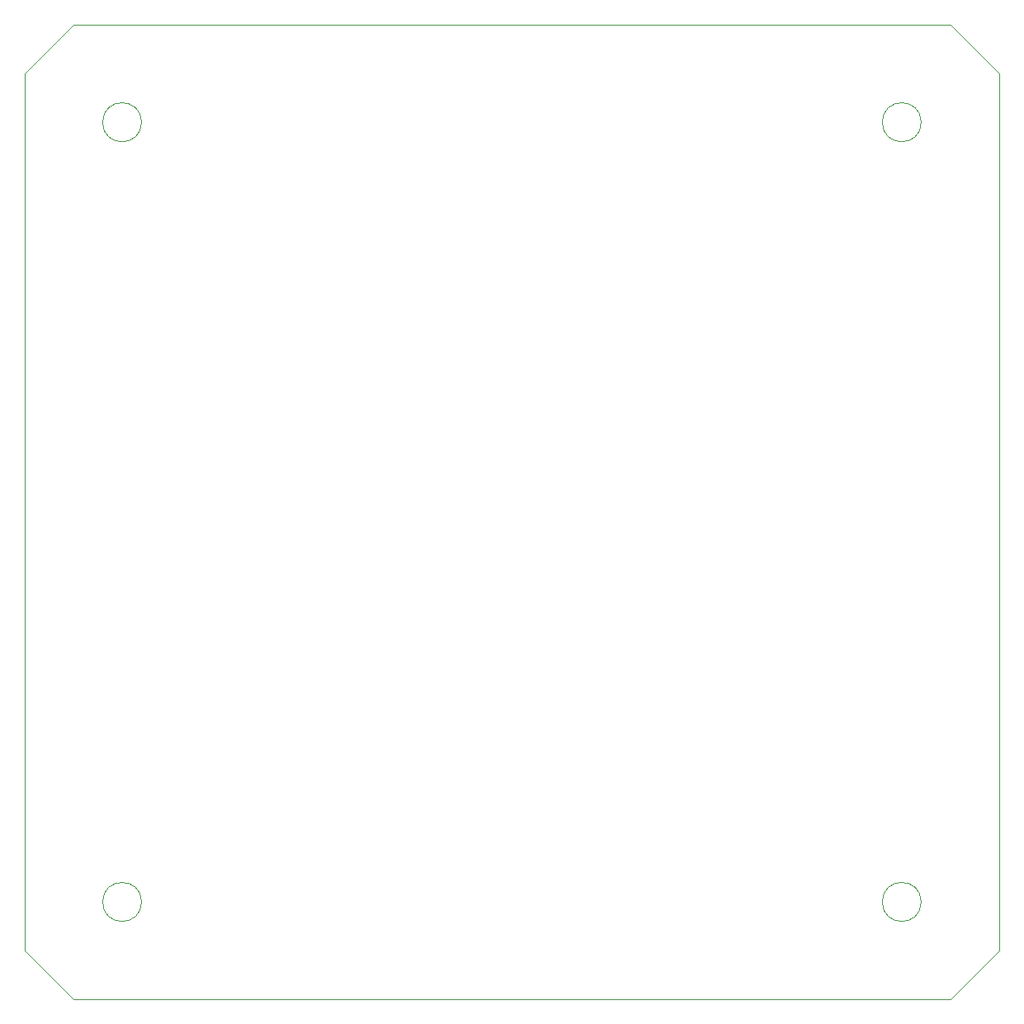
<source format=gbr>
%TF.GenerationSoftware,KiCad,Pcbnew,9.0.7*%
%TF.CreationDate,2026-02-03T14:22:32+01:00*%
%TF.ProjectId,lokho2-adc,6c6f6b68-6f32-42d6-9164-632e6b696361,rev?*%
%TF.SameCoordinates,Original*%
%TF.FileFunction,Profile,NP*%
%FSLAX46Y46*%
G04 Gerber Fmt 4.6, Leading zero omitted, Abs format (unit mm)*
G04 Created by KiCad (PCBNEW 9.0.7) date 2026-02-03 14:22:32*
%MOMM*%
%LPD*%
G01*
G04 APERTURE LIST*
%TA.AperFunction,Profile*%
%ADD10C,0.050000*%
%TD*%
G04 APERTURE END LIST*
D10*
X192000000Y-70000000D02*
G75*
G02*
X188000000Y-70000000I-2000000J0D01*
G01*
X188000000Y-70000000D02*
G75*
G02*
X192000000Y-70000000I2000000J0D01*
G01*
X195000000Y-160000000D02*
X105000000Y-160000000D01*
X112000000Y-150000000D02*
G75*
G02*
X108000000Y-150000000I-2000000J0D01*
G01*
X108000000Y-150000000D02*
G75*
G02*
X112000000Y-150000000I2000000J0D01*
G01*
X105000000Y-60000000D02*
X195000000Y-60000000D01*
X112000000Y-70000000D02*
G75*
G02*
X108000000Y-70000000I-2000000J0D01*
G01*
X108000000Y-70000000D02*
G75*
G02*
X112000000Y-70000000I2000000J0D01*
G01*
X192000000Y-150000000D02*
G75*
G02*
X188000000Y-150000000I-2000000J0D01*
G01*
X188000000Y-150000000D02*
G75*
G02*
X192000000Y-150000000I2000000J0D01*
G01*
X105000000Y-160000000D02*
X100000000Y-155000000D01*
X200000000Y-155000000D02*
X195000000Y-160000000D01*
X100000000Y-65000000D02*
X105000000Y-60000000D01*
X200000000Y-65000000D02*
X200000000Y-155000000D01*
X195000000Y-60000000D02*
X200000000Y-65000000D01*
X100000000Y-155000000D02*
X100000000Y-65000000D01*
M02*

</source>
